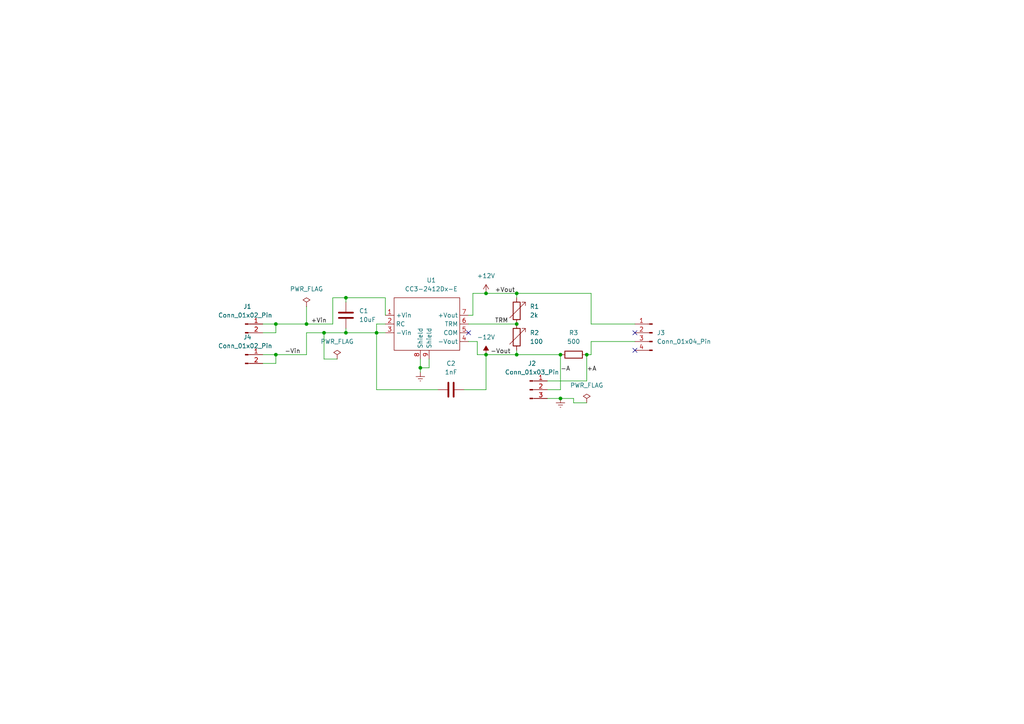
<source format=kicad_sch>
(kicad_sch (version 20230121) (generator eeschema)
  (paper "A4")
  (lib_symbols
    (symbol "00_TDK:CC3-2412Dx-E"
      (property "Reference" "U" (at -8.89 6.35 0))
      (property "Value" "CC3-2412Dx-E" (at 0 5.08 0))
      (symbol "CC3-2412Dx-E_0_0"
        (pin power_in line (at -12.7 2.54 0) (length 2.54) (name "+Vin") (number "1"))
        (pin input line (at -12.7 0 0) (length 2.54) (name "RC") (number "2"))
        (pin power_in line (at -12.7 -2.54 0) (length 2.54) (name "-Vin") (number "3"))
        (pin power_out line (at 11.43 -5.08 180) (length 2.54) (name "-Vout") (number "4"))
        (pin power_out line (at 11.43 2.54 180) (length 2.54) (name "+Vout") (number "7"))
      )
      (symbol "CC3-2412Dx-E_1_0"
        (pin power_out line (at 11.43 -2.54 180) (length 2.54) (name "COM") (number "5"))
        (pin bidirectional line (at 11.43 0 180) (length 2.54) (name "TRM") (number "6"))
        (pin free line (at -2.54 -10.16 90) (length 2.54) (name "Shield") (number "8"))
        (pin free line (at 0 -10.16 90) (length 2.54) (name "Shield") (number "9"))
      )
      (symbol "CC3-2412Dx-E_1_1"
        (rectangle (start -10.16 7.62) (end 8.89 -7.62))
      )
    )
    (symbol "Connector:Conn_01x02_Pin" (pin_names (offset 1.016) hide)
      (property "Reference" "J" (at 0 2.54 0))
      (property "Value" "Conn_01x02_Pin" (at 0 -5.08 0))
      (symbol "Conn_01x02_Pin_1_1"
        (polyline (pts (xy 1.27 -2.54) (xy 0.8636 -2.54)) (stroke (width 0.1524)))
        (polyline (pts (xy 1.27 0) (xy 0.8636 0)) (stroke (width 0.1524)))
        (rectangle (start 0.8636 -2.413) (end 0 -2.667) (stroke (width 0.1524)) (fill (type outline)))
        (rectangle (start 0.8636 0.127) (end 0 -0.127) (stroke (width 0.1524)) (fill (type outline)))
        (pin passive line (at 5.08 0 180) (length 3.81) (name "Pin_1") (number "1"))
        (pin passive line (at 5.08 -2.54 180) (length 3.81) (name "Pin_2") (number "2"))
      )
    )
    (symbol "Connector:Conn_01x03_Pin" (pin_names (offset 1.016) hide)
      (property "Reference" "J" (at 0 5.08 0))
      (property "Value" "Conn_01x03_Pin" (at 0 -5.08 0))
      (symbol "Conn_01x03_Pin_1_1"
        (polyline (pts (xy 1.27 -2.54) (xy 0.8636 -2.54)) (stroke (width 0.1524)))
        (polyline (pts (xy 1.27 0) (xy 0.8636 0)) (stroke (width 0.1524)))
        (polyline (pts (xy 1.27 2.54) (xy 0.8636 2.54)) (stroke (width 0.1524)))
        (rectangle (start 0.8636 -2.413) (end 0 -2.667) (stroke (width 0.1524)) (fill (type outline)))
        (rectangle (start 0.8636 0.127) (end 0 -0.127) (stroke (width 0.1524)) (fill (type outline)))
        (rectangle (start 0.8636 2.667) (end 0 2.413) (stroke (width 0.1524)) (fill (type outline)))
        (pin passive line (at 5.08 2.54 180) (length 3.81) (name "Pin_1") (number "1"))
        (pin passive line (at 5.08 0 180) (length 3.81) (name "Pin_2") (number "2"))
        (pin passive line (at 5.08 -2.54 180) (length 3.81) (name "Pin_3") (number "3"))
      )
    )
    (symbol "Connector:Conn_01x04_Pin" (pin_names (offset 1.016) hide)
      (property "Reference" "J" (at 0 5.08 0))
      (property "Value" "Conn_01x04_Pin" (at 0 -7.62 0))
      (symbol "Conn_01x04_Pin_1_1"
        (polyline (pts (xy 1.27 -5.08) (xy 0.8636 -5.08)) (stroke (width 0.1524)))
        (polyline (pts (xy 1.27 -2.54) (xy 0.8636 -2.54)) (stroke (width 0.1524)))
        (polyline (pts (xy 1.27 0) (xy 0.8636 0)) (stroke (width 0.1524)))
        (polyline (pts (xy 1.27 2.54) (xy 0.8636 2.54)) (stroke (width 0.1524)))
        (rectangle (start 0.8636 -4.953) (end 0 -5.207) (stroke (width 0.1524)) (fill (type outline)))
        (rectangle (start 0.8636 -2.413) (end 0 -2.667) (stroke (width 0.1524)) (fill (type outline)))
        (rectangle (start 0.8636 0.127) (end 0 -0.127) (stroke (width 0.1524)) (fill (type outline)))
        (rectangle (start 0.8636 2.667) (end 0 2.413) (stroke (width 0.1524)) (fill (type outline)))
        (pin passive line (at 5.08 2.54 180) (length 3.81) (name "Pin_1") (number "1"))
        (pin passive line (at 5.08 0 180) (length 3.81) (name "Pin_2") (number "2"))
        (pin passive line (at 5.08 -2.54 180) (length 3.81) (name "Pin_3") (number "3"))
        (pin passive line (at 5.08 -5.08 180) (length 3.81) (name "Pin_4") (number "4"))
      )
    )
    (symbol "Device:C" (pin_numbers hide) (pin_names (offset 0.254))
      (property "Reference" "C" (at 0.635 2.54 0))
      (property "Value" "C" (at 0.635 -2.54 0))
      (symbol "C_0_1"
        (polyline (pts (xy -2.032 -0.762) (xy 2.032 -0.762)) (stroke (width 0.508)))
        (polyline (pts (xy -2.032 0.762) (xy 2.032 0.762)) (stroke (width 0.508)))
      )
      (symbol "C_1_1"
        (pin passive line (at 0 3.81 270) (length 2.794) (name "~") (number "1"))
        (pin passive line (at 0 -3.81 90) (length 2.794) (name "~") (number "2"))
      )
    )
    (symbol "Device:R" (pin_numbers hide) (pin_names (offset 0))
      (property "Reference" "R" (at 2.032 0 90))
      (property "Value" "R" (at 0 0 90))
      (symbol "R_0_1"
        (rectangle (start -1.016 -2.54) (end 1.016 2.54) (stroke (width 0.254)))
      )
      (symbol "R_1_1"
        (pin passive line (at 0 3.81 270) (length 1.27) (name "~") (number "1"))
        (pin passive line (at 0 -3.81 90) (length 1.27) (name "~") (number "2"))
      )
    )
    (symbol "Device:R_Variable" (pin_numbers hide) (pin_names (offset 0))
      (property "Reference" "R" (at 2.54 -2.54 90))
      (property "Value" "R_Variable" (at -2.54 -1.27 90))
      (symbol "R_Variable_0_1"
        (rectangle (start -1.016 -2.54) (end 1.016 2.54) (stroke (width 0.254)))
        (polyline (pts (xy 2.54 1.524) (xy 2.54 2.54) (xy 1.524 2.54) (xy 2.54 2.54) (xy -2.032 -2.032)))
      )
      (symbol "R_Variable_1_1"
        (pin passive line (at 0 3.81 270) (length 1.27) (name "~") (number "1"))
        (pin passive line (at 0 -3.81 90) (length 1.27) (name "~") (number "2"))
      )
    )
    (symbol "power:+12V" (power) (pin_names (offset 0))
      (property "Value" "+12V" (at 0 3.556 0))
      (symbol "+12V_0_1"
        (polyline (pts (xy -0.762 1.27) (xy 0 2.54)))
        (polyline (pts (xy 0 0) (xy 0 2.54)))
        (polyline (pts (xy 0 2.54) (xy 0.762 1.27)))
      )
      (symbol "+12V_1_1"
        (pin power_in line (at 0 0 90) (length 0) hide (name "+12V") (number "1"))
      )
    )
    (symbol "power:-12V" (power) (pin_names (offset 0))
      (property "Value" "-12V" (at 0 3.81 0))
      (symbol "-12V_0_0"
        (pin power_in line (at 0 0 90) (length 0) hide (name "-12V") (number "1"))
      )
      (symbol "-12V_0_1"
        (polyline (pts (xy 0 0) (xy 0 1.27) (xy 0.762 1.27) (xy 0 2.54) (xy -0.762 1.27) (xy 0 1.27)) (fill (type outline)))
      )
    )
    (symbol "power:Earth" (power) (pin_names (offset 0))
      (symbol "Earth_0_1"
        (polyline (pts (xy -0.635 -1.905) (xy 0.635 -1.905)))
        (polyline (pts (xy -0.127 -2.54) (xy 0.127 -2.54)))
        (polyline (pts (xy 0 -1.27) (xy 0 0)))
        (polyline (pts (xy 1.27 -1.27) (xy -1.27 -1.27)))
      )
      (symbol "Earth_1_1"
        (pin power_in line (at 0 0 270) (length 0) hide (name "Earth") (number "1"))
      )
    )
    (symbol "power:PWR_FLAG" (power) (pin_numbers hide) (pin_names (offset 0) hide)
      (property "Value" "PWR_FLAG" (at 0 3.81 0))
      (symbol "PWR_FLAG_0_0"
        (pin power_out line (at 0 0 90) (length 0) (name "pwr") (number "1"))
      )
      (symbol "PWR_FLAG_0_1"
        (polyline (pts (xy 0 0) (xy 0 1.27) (xy -1.016 1.905) (xy 0 2.54) (xy 1.016 1.905) (xy 0 1.27)))
      )
    )
  )
  (junction (at 170.18 102.87))
  (junction (at 93.98 96.52))
  (junction (at 149.86 85.09))
  (junction (at 140.97 102.87))
  (junction (at 162.56 102.87))
  (junction (at 100.33 96.52))
  (junction (at 80.01 102.87))
  (junction (at 140.97 85.09))
  (junction (at 162.56 115.57))
  (junction (at 88.9 93.98))
  (junction (at 80.01 93.98))
  (junction (at 149.86 102.87))
  (junction (at 121.92 106.68))
  (junction (at 109.22 96.52))
  (junction (at 100.33 86.36))
  (junction (at 149.86 93.98))
  (no_connect (at 184.15 101.6))
  (no_connect (at 135.89 96.52))
  (no_connect (at 184.15 96.52))
  (wire (pts (xy 111.76 93.98) (xy 109.22 93.98)))
  (wire (pts (xy 134.62 113.03) (xy 140.97 113.03)))
  (wire (pts (xy 140.97 102.87) (xy 149.86 102.87)))
  (wire (pts (xy 121.92 106.68) (xy 124.46 106.68)))
  (wire (pts (xy 138.43 102.87) (xy 140.97 102.87)))
  (wire (pts (xy 137.16 85.09) (xy 140.97 85.09)))
  (wire (pts (xy 88.9 96.52) (xy 93.98 96.52)))
  (wire (pts (xy 171.45 99.06) (xy 184.15 99.06)))
  (wire (pts (xy 109.22 96.52) (xy 111.76 96.52)))
  (wire (pts (xy 166.37 115.57) (xy 162.56 115.57)))
  (wire (pts (xy 100.33 95.25) (xy 100.33 96.52)))
  (wire (pts (xy 158.75 113.03) (xy 162.56 113.03)))
  (wire (pts (xy 76.2 102.87) (xy 80.01 102.87)))
  (wire (pts (xy 149.86 102.87) (xy 162.56 102.87)))
  (wire (pts (xy 171.45 85.09) (xy 171.45 93.98)))
  (wire (pts (xy 149.86 85.09) (xy 149.86 86.36)))
  (wire (pts (xy 88.9 93.98) (xy 96.52 93.98)))
  (wire (pts (xy 170.18 116.84) (xy 166.37 116.84)))
  (wire (pts (xy 149.86 85.09) (xy 171.45 85.09)))
  (wire (pts (xy 111.76 86.36) (xy 100.33 86.36)))
  (wire (pts (xy 158.75 110.49) (xy 170.18 110.49)))
  (wire (pts (xy 80.01 96.52) (xy 80.01 93.98)))
  (wire (pts (xy 140.97 113.03) (xy 140.97 102.87)))
  (wire (pts (xy 80.01 102.87) (xy 88.9 102.87)))
  (wire (pts (xy 100.33 96.52) (xy 109.22 96.52)))
  (wire (pts (xy 135.89 91.44) (xy 137.16 91.44)))
  (wire (pts (xy 171.45 93.98) (xy 184.15 93.98)))
  (wire (pts (xy 93.98 96.52) (xy 93.98 104.14)))
  (wire (pts (xy 76.2 105.41) (xy 80.01 105.41)))
  (wire (pts (xy 80.01 93.98) (xy 88.9 93.98)))
  (wire (pts (xy 93.98 96.52) (xy 100.33 96.52)))
  (wire (pts (xy 170.18 110.49) (xy 170.18 102.87)))
  (wire (pts (xy 109.22 96.52) (xy 109.22 113.03)))
  (wire (pts (xy 158.75 115.57) (xy 162.56 115.57)))
  (wire (pts (xy 140.97 85.09) (xy 149.86 85.09)))
  (wire (pts (xy 162.56 113.03) (xy 162.56 102.87)))
  (wire (pts (xy 100.33 86.36) (xy 100.33 87.63)))
  (wire (pts (xy 138.43 99.06) (xy 138.43 102.87)))
  (wire (pts (xy 166.37 116.84) (xy 166.37 115.57)))
  (wire (pts (xy 171.45 99.06) (xy 171.45 102.87)))
  (wire (pts (xy 80.01 105.41) (xy 80.01 102.87)))
  (wire (pts (xy 96.52 86.36) (xy 96.52 93.98)))
  (wire (pts (xy 111.76 86.36) (xy 111.76 91.44)))
  (wire (pts (xy 76.2 93.98) (xy 80.01 93.98)))
  (wire (pts (xy 88.9 88.9) (xy 88.9 93.98)))
  (wire (pts (xy 171.45 102.87) (xy 170.18 102.87)))
  (wire (pts (xy 121.92 104.14) (xy 121.92 106.68)))
  (wire (pts (xy 76.2 96.52) (xy 80.01 96.52)))
  (wire (pts (xy 100.33 86.36) (xy 96.52 86.36)))
  (wire (pts (xy 121.92 106.68) (xy 121.92 107.95)))
  (wire (pts (xy 137.16 91.44) (xy 137.16 85.09)))
  (wire (pts (xy 97.79 104.14) (xy 93.98 104.14)))
  (wire (pts (xy 124.46 104.14) (xy 124.46 106.68)))
  (wire (pts (xy 149.86 101.6) (xy 149.86 102.87)))
  (wire (pts (xy 88.9 102.87) (xy 88.9 96.52)))
  (wire (pts (xy 135.89 93.98) (xy 149.86 93.98)))
  (wire (pts (xy 127 113.03) (xy 109.22 113.03)))
  (wire (pts (xy 109.22 93.98) (xy 109.22 96.52)))
  (wire (pts (xy 135.89 99.06) (xy 138.43 99.06)))
  (label "TRM" (at 143.51 93.98 0))
  (label "-Vout" (at 142.24 102.87 0))
  (label "-Vin" (at 82.55 102.87 0))
  (label "-A" (at 162.56 107.95 0))
  (label "+A" (at 170.18 107.95 0))
  (label "+Vout" (at 143.51 85.09 0))
  (label "+Vin" (at 90.17 93.98 0))
  (symbol (lib_id "power:-12V") (at 140.97 102.87 0) (unit 1)
    (property "Reference" "#PWR04" (effects hide))
    (property "Value" "-12V" (at 140.97 97.79 0))
  )
  (symbol (lib_id "power:PWR_FLAG") (at 88.9 88.9 0) (unit 1)
    (property "Reference" "#FLG01" (effects hide))
    (property "Value" "PWR_FLAG" (at 88.9 83.82 0))
  )
  (symbol (lib_id "power:PWR_FLAG") (at 97.79 104.14 0) (unit 1)
    (property "Reference" "#FLG03" (effects hide))
    (property "Value" "PWR_FLAG" (at 97.79 99.06 0))
  )
  (symbol (lib_id "Device:C") (at 130.81 113.03 90) (unit 1)
    (property "Reference" "C2" (at 130.81 105.41 90))
    (property "Value" "1nF" (at 130.81 107.95 90))
    (property "Footprint" "Capacitor_SMD:C_1206_3216Metric" (effects hide))
    (property "JLCPCB" "C9196" (effects hide))
  )
  (symbol (lib_id "power:Earth") (at 121.92 107.95 0) (unit 1)
    (property "Reference" "#PWR02" (effects hide))
    (property "Value" "Earth" (effects hide))
  )
  (symbol (lib_id "Device:R") (at 166.37 102.87 90) (unit 1)
    (property "Reference" "R3" (at 166.37 96.52 90))
    (property "Value" "500" (at 166.37 99.06 90))
    (property "Footprint" "00_Alpha_Electronics:MB_Series" (effects hide))
  )
  (symbol (lib_id "Device:R_Variable") (at 149.86 90.17 0) (unit 1)
    (property "Reference" "R1" (at 153.67 88.9 0) (effects (justify left)))
    (property "Value" "2k" (at 153.67 91.44 0) (effects (justify left)))
    (property "Footprint" "00_TOCOS:GF063P" (effects hide))
    (property "型番" "GF063P202" (effects hide))
  )
  (symbol (lib_id "00_TDK:CC3-2412Dx-E") (at 124.46 93.98 0) (unit 1)
    (property "Reference" "U1" (at 125.095 81.28 0))
    (property "Value" "CC3-2412Dx-E" (at 125.095 83.82 0))
    (property "Footprint" "00_TDK:CC3-2412DF-E" (effects hide))
    (property "Datasheet" "https://product.tdk.com/system/files/dam/doc/product/power/switching-power/dc-dc-converter/catalog/cc-e_j.pdf" (effects hide))
  )
  (symbol (lib_id "Connector:Conn_01x04_Pin") (at 189.23 96.52 0) (mirror y) (unit 1)
    (property "Reference" "J3" (at 190.5 96.52 0) (effects (justify right)))
    (property "Value" "Conn_01x04_Pin" (at 190.5 99.06 0) (effects (justify right)))
    (property "Footprint" "00_RSPro:conn_8971275_4H" (effects hide))
  )
  (symbol (lib_id "power:Earth") (at 162.56 115.57 0) (unit 1)
    (property "Reference" "#PWR05" (effects hide))
    (property "Value" "Earth" (effects hide))
  )
  (symbol (lib_id "Connector:Conn_01x02_Pin") (at 71.12 93.98 0) (unit 1)
    (property "Reference" "J1" (at 71.755 88.9 0))
    (property "Value" "Conn_01x02_Pin" (at 71.12 91.44 0))
    (property "Footprint" "00_RSPro:conn_8971262_2H" (effects hide))
  )
  (symbol (lib_id "Connector:Conn_01x03_Pin") (at 153.67 113.03 0) (unit 1)
    (property "Reference" "J2" (at 154.305 105.41 0))
    (property "Value" "Conn_01x03_Pin" (at 154.305 107.95 0))
    (property "Footprint" "00_RSPro:conn_8971266_3H" (effects hide))
  )
  (symbol (lib_id "power:PWR_FLAG") (at 170.18 116.84 0) (unit 1)
    (property "Reference" "#FLG02" (effects hide))
    (property "Value" "PWR_FLAG" (at 170.18 111.76 0))
  )
  (symbol (lib_id "Device:C") (at 100.33 91.44 0) (unit 1)
    (property "Reference" "C1" (at 104.14 90.17 0) (effects (justify left)))
    (property "Value" "10uF" (at 104.14 92.71 0) (effects (justify left)))
    (property "Footprint" "Capacitor_SMD:C_0805_2012Metric" (effects hide))
    (property "JLCPCB" "C440198" (effects hide))
  )
  (symbol (lib_id "Device:R_Variable") (at 149.86 97.79 0) (unit 1)
    (property "Reference" "R2" (at 153.67 96.52 0) (effects (justify left)))
    (property "Value" "100" (at 153.67 99.06 0) (effects (justify left)))
    (property "Footprint" "00_TOCOS:GF063P" (effects hide))
    (property "Datasheet" "https://www.tocos-j.co.jp/tocos-j-wp/wp-content/uploads/2019/06/GF063_Series-1.pdf" (effects hide))
    (property "型番" "GF063P202" (effects hide))
  )
  (symbol (lib_id "Connector:Conn_01x02_Pin") (at 71.12 102.87 0) (unit 1)
    (property "Reference" "J4" (at 71.755 97.79 0))
    (property "Value" "Conn_01x02_Pin" (at 71.12 100.33 0))
    (property "Footprint" "00_RSPro:conn_8971262_2H" (effects hide))
  )
  (symbol (lib_id "power:+12V") (at 140.97 85.09 0) (unit 1)
    (property "Reference" "#PWR03" (effects hide))
    (property "Value" "+12V" (at 140.97 80.01 0))
  )
)
</source>
